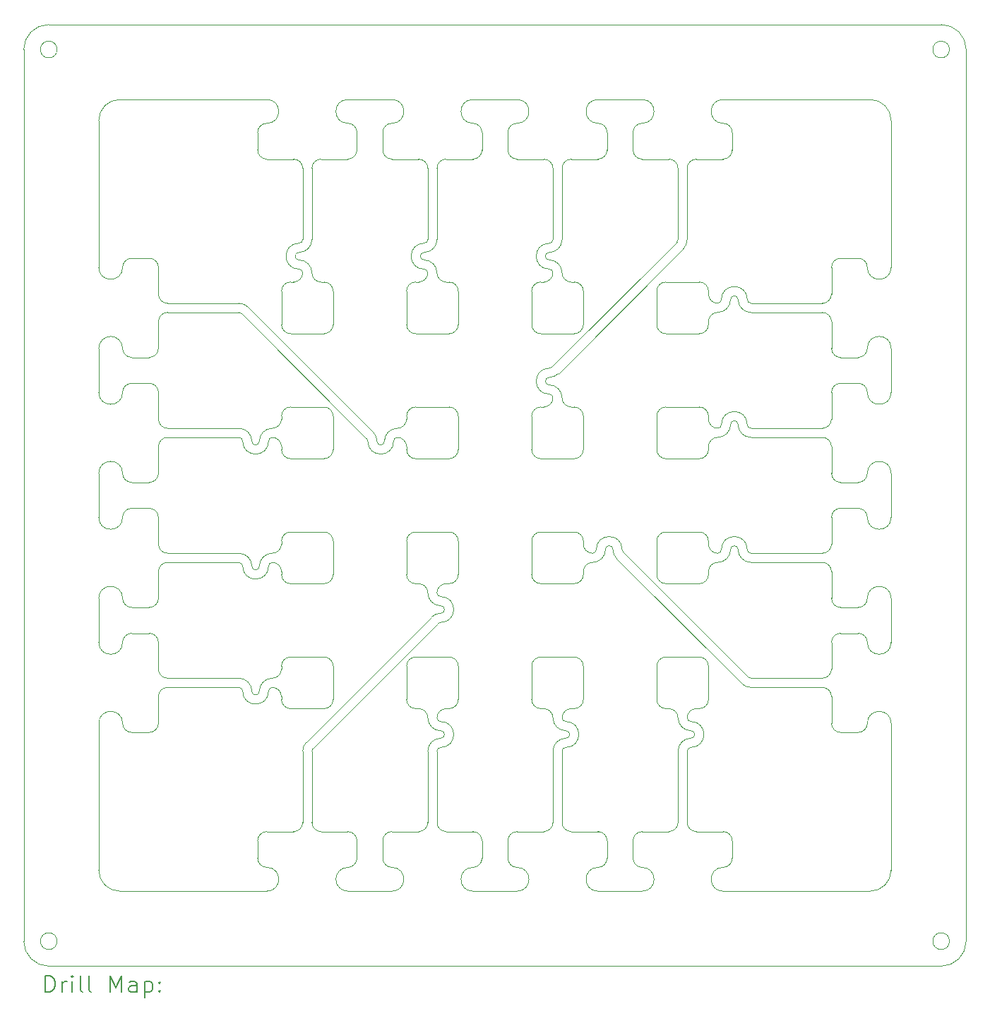
<source format=gbr>
%TF.GenerationSoftware,KiCad,Pcbnew,7.0.7-7.0.7~ubuntu22.04.1*%
%TF.CreationDate,2023-08-15T12:14:30+01:00*%
%TF.ProjectId,LIS3DH_array,4c495333-4448-45f6-9172-7261792e6b69,rev?*%
%TF.SameCoordinates,Original*%
%TF.FileFunction,Drillmap*%
%TF.FilePolarity,Positive*%
%FSLAX45Y45*%
G04 Gerber Fmt 4.5, Leading zero omitted, Abs format (unit mm)*
G04 Created by KiCad (PCBNEW 7.0.7-7.0.7~ubuntu22.04.1) date 2023-08-15 12:14:30*
%MOMM*%
%LPD*%
G01*
G04 APERTURE LIST*
%ADD10C,0.010000*%
%ADD11C,0.038100*%
%ADD12C,0.001000*%
%ADD13C,0.200000*%
G04 APERTURE END LIST*
D10*
X11600000Y-11665000D02*
G75*
G03*
X11600000Y-11575000I0J45000D01*
G01*
X11190000Y-9665000D02*
X11190000Y-9700000D01*
X10200000Y-12190000D02*
X9800000Y-12190000D01*
X13055000Y-7580000D02*
G75*
G03*
X12900000Y-7425000I-155000J0D01*
G01*
X8105000Y-11595000D02*
G75*
G03*
X8215000Y-11485000I0J110000D01*
G01*
X10310000Y-10800000D02*
G75*
G03*
X10200000Y-10690000I-110000J0D01*
G01*
X8215000Y-9015000D02*
X8215000Y-9335001D01*
X11300000Y-7690000D02*
G75*
G03*
X11190000Y-7800000I0J-110000D01*
G01*
X14190000Y-12300000D02*
X14190000Y-12700000D01*
X14600000Y-13165000D02*
G75*
G03*
X14445000Y-13320000I0J-155000D01*
G01*
X10055000Y-7580000D02*
G75*
G03*
X10165000Y-7690000I110000J0D01*
G01*
X14810000Y-12300000D02*
G75*
G03*
X14700000Y-12190000I-110000J0D01*
G01*
X9225000Y-12600000D02*
G75*
G03*
X9535000Y-12600000I155000J0D01*
G01*
X11700000Y-9810000D02*
X11300000Y-9810000D01*
X11600000Y-13165000D02*
G75*
G03*
X11600000Y-13075000I0J45000D01*
G01*
X11335001Y-14285000D02*
G75*
G03*
X11445000Y-14175000I-1J110000D01*
G01*
X12900000Y-7225000D02*
G75*
G03*
X12945000Y-7180000I0J45000D01*
G01*
X14300000Y-10690000D02*
X14700000Y-10690000D01*
X9690000Y-9665000D02*
X9690000Y-9700000D01*
X14300000Y-10690000D02*
G75*
G03*
X14190000Y-10800000I0J-110000D01*
G01*
X11700000Y-12810000D02*
G75*
G03*
X11810000Y-12700000I0J110000D01*
G01*
X9335000Y-9600000D02*
G75*
G03*
X9180000Y-9445000I-155000J0D01*
G01*
X14810000Y-10800000D02*
G75*
G03*
X14700000Y-10690000I-110000J0D01*
G01*
X8105000Y-10095000D02*
G75*
G03*
X8215000Y-9985000I0J110000D01*
G01*
X13200000Y-12810000D02*
G75*
G03*
X13310000Y-12700000I0J110000D01*
G01*
X15165000Y-10900000D02*
G75*
G03*
X15320000Y-11055000I155000J0D01*
G01*
X10200000Y-9810000D02*
X9800000Y-9810000D01*
X13055000Y-9080000D02*
G75*
G03*
X12900000Y-8925000I-155000J0D01*
G01*
X12095000Y-5895000D02*
G75*
G03*
X11985000Y-5785000I-110000J0D01*
G01*
X7895000Y-11905000D02*
G75*
G03*
X7785000Y-12015000I0J-110000D01*
G01*
X9211820Y-8068180D02*
G75*
G03*
X9179998Y-8055000I-31820J-31820D01*
G01*
X12900000Y-8725000D02*
G75*
G03*
X12931821Y-8711819I0J45000D01*
G01*
X13165000Y-7690000D02*
X13200000Y-7690000D01*
X12900000Y-7335000D02*
G75*
G03*
X12900000Y-7425000I0J-45000D01*
G01*
X13054999Y-14175001D02*
G75*
G03*
X13164999Y-14285001I110001J2D01*
G01*
X11555000Y-12920000D02*
G75*
G03*
X11600000Y-12965000I45000J0D01*
G01*
X11015000Y-14285000D02*
G75*
G03*
X10905000Y-14395000I0J-110000D01*
G01*
X9900000Y-7225000D02*
G75*
G03*
X9900000Y-7535000I0J-155000D01*
G01*
X11810000Y-7800000D02*
G75*
G03*
X11700000Y-7690000I-110000J0D01*
G01*
X9225000Y-11100000D02*
G75*
G03*
X9180000Y-11055000I-45000J0D01*
G01*
X9690000Y-11165000D02*
G75*
G03*
X9580000Y-11055000I-110000J0D01*
G01*
X14920000Y-7945000D02*
G75*
G03*
X14965000Y-7900000I0J45000D01*
G01*
X14810000Y-10835000D02*
G75*
G03*
X14920000Y-10945000I110000J0D01*
G01*
X9225000Y-9600000D02*
G75*
G03*
X9535000Y-9600000I155000J0D01*
G01*
X9515000Y-14285000D02*
G75*
G03*
X9405000Y-14395000I0J-110000D01*
G01*
X14700000Y-12810000D02*
G75*
G03*
X14810000Y-12700000I0J110000D01*
G01*
X12900000Y-8725000D02*
G75*
G03*
X12900000Y-9035000I0J-155000D01*
G01*
X14810000Y-10835000D02*
X14810000Y-10800000D01*
X9225000Y-9600000D02*
G75*
G03*
X9180000Y-9555000I-45000J0D01*
G01*
X13310000Y-9300000D02*
G75*
G03*
X13200000Y-9190000I-110000J0D01*
G01*
X12690000Y-8200000D02*
G75*
G03*
X12800000Y-8310000I110000J0D01*
G01*
X14920000Y-9555000D02*
G75*
G03*
X15075000Y-9400000I0J155000D01*
G01*
X16285000Y-11485000D02*
G75*
G03*
X16395000Y-11595000I110000J0D01*
G01*
X11664999Y-14285001D02*
X11985000Y-14285000D01*
X14190000Y-8200000D02*
G75*
G03*
X14300000Y-8310000I110000J0D01*
G01*
X12405000Y-14605000D02*
G75*
G03*
X12515000Y-14715000I110000J0D01*
G01*
X11400000Y-7335000D02*
G75*
G03*
X11400000Y-7425000I0J-45000D01*
G01*
X7785000Y-12985000D02*
G75*
G03*
X7895000Y-13095000I110000J0D01*
G01*
X14810000Y-12300000D02*
X14810000Y-12700000D01*
X10905000Y-14605000D02*
G75*
G03*
X11015000Y-14715000I110000J0D01*
G01*
X9900000Y-7335000D02*
G75*
G03*
X9900000Y-7425000I0J-45000D01*
G01*
X15275000Y-9400000D02*
G75*
G03*
X15320000Y-9445000I45000J0D01*
G01*
X9690000Y-11165000D02*
X9690000Y-11200000D01*
X11665000Y-11310000D02*
X11700000Y-11310000D01*
X12835000Y-7690000D02*
X12800000Y-7690000D01*
X14555000Y-12920000D02*
G75*
G03*
X14600000Y-12965000I45000J0D01*
G01*
X9690000Y-12665000D02*
G75*
G03*
X9580000Y-12555000I-110000J0D01*
G01*
X13310000Y-10800000D02*
G75*
G03*
X13200000Y-10690000I-110000J0D01*
G01*
X15275000Y-10900000D02*
G75*
G03*
X15320000Y-10945000I45000J0D01*
G01*
X9335000Y-11100000D02*
G75*
G03*
X9180000Y-10945000I-155000J0D01*
G01*
X10200000Y-9190000D02*
X9800000Y-9190000D01*
X12800000Y-10690000D02*
G75*
G03*
X12690000Y-10800000I0J-110000D01*
G01*
X13310000Y-12300000D02*
X13310000Y-12700000D01*
X9225000Y-11100000D02*
G75*
G03*
X9535000Y-11100000I155000J0D01*
G01*
X11665000Y-7690000D02*
X11700000Y-7690000D01*
X11300000Y-9190000D02*
G75*
G03*
X11190000Y-9300000I0J-110000D01*
G01*
X16715000Y-10515000D02*
G75*
G03*
X16605000Y-10405000I-110000J0D01*
G01*
X14190000Y-12700000D02*
G75*
G03*
X14300000Y-12810000I110000J0D01*
G01*
X9900000Y-7225000D02*
G75*
G03*
X9945000Y-7180000I0J45000D01*
G01*
X14810000Y-7835000D02*
X14810000Y-7800000D01*
X12945000Y-7580000D02*
G75*
G03*
X12900000Y-7535000I-45000J0D01*
G01*
X15275000Y-10900000D02*
G75*
G03*
X14965000Y-10900000I-155000J0D01*
G01*
X11810000Y-8200000D02*
X11810000Y-7800000D01*
X8215000Y-12335001D02*
G75*
G03*
X8325000Y-12445000I110000J1D01*
G01*
X14600000Y-13275000D02*
G75*
G03*
X14600000Y-12965000I0J155000D01*
G01*
X8215000Y-12015000D02*
G75*
G03*
X8105000Y-11905000I-110000J0D01*
G01*
X15165000Y-9400000D02*
G75*
G03*
X15075000Y-9400000I-45000J0D01*
G01*
X12945000Y-12920000D02*
G75*
G03*
X13100000Y-13075000I155000J0D01*
G01*
X11190000Y-12700000D02*
G75*
G03*
X11300000Y-12810000I110000J0D01*
G01*
X9335000Y-9600000D02*
G75*
G03*
X9425000Y-9600000I45000J0D01*
G01*
X15165000Y-7900000D02*
G75*
G03*
X15075000Y-7900000I-45000J0D01*
G01*
X11400000Y-7225000D02*
G75*
G03*
X11400000Y-7535000I0J-155000D01*
G01*
X9580000Y-12445000D02*
G75*
G03*
X9425000Y-12600000I0J-155000D01*
G01*
X7500000Y-12015000D02*
G75*
G03*
X7785000Y-12015000I142500J0D01*
G01*
X8214999Y-12664999D02*
X8215000Y-12985000D01*
X13775000Y-10900000D02*
G75*
G03*
X13465000Y-10900000I-155000J0D01*
G01*
X12835000Y-7690000D02*
G75*
G03*
X12945000Y-7580000I0J110000D01*
G01*
X13595000Y-14395000D02*
G75*
G03*
X13485000Y-14285000I-110000J0D01*
G01*
X9580000Y-10945000D02*
G75*
G03*
X9690000Y-10835000I0J110000D01*
G01*
X14015000Y-14285000D02*
G75*
G03*
X13905000Y-14395000I0J-110000D01*
G01*
X11665000Y-11310000D02*
G75*
G03*
X11555000Y-11420000I0J-110000D01*
G01*
X14665000Y-12810000D02*
X14700000Y-12810000D01*
X16175001Y-10945001D02*
G75*
G03*
X16285001Y-10835001I-2J110001D01*
G01*
X14600000Y-13275000D02*
G75*
G03*
X14555000Y-13320000I0J-45000D01*
G01*
X14335000Y-12810000D02*
X14300000Y-12810000D01*
X14810000Y-9300000D02*
G75*
G03*
X14700000Y-9190000I-110000J0D01*
G01*
X10200000Y-8310000D02*
G75*
G03*
X10310000Y-8200000I0J110000D01*
G01*
X9580000Y-10945000D02*
G75*
G03*
X9425000Y-11100000I0J-155000D01*
G01*
X10310000Y-12700000D02*
X10310000Y-12300000D01*
X12800000Y-11310000D02*
X13200000Y-11310000D01*
X13310000Y-12300000D02*
G75*
G03*
X13200000Y-12190000I-110000J0D01*
G01*
X14300000Y-9190000D02*
G75*
G03*
X14190000Y-9300000I0J-110000D01*
G01*
X9690000Y-9700000D02*
G75*
G03*
X9800000Y-9810000I110000J0D01*
G01*
X15165000Y-7900000D02*
G75*
G03*
X15320000Y-8055000I155000J0D01*
G01*
X10200000Y-11310000D02*
X9800000Y-11310000D01*
X12900000Y-7225000D02*
G75*
G03*
X12900000Y-7535000I0J-155000D01*
G01*
X13165000Y-12810000D02*
G75*
G03*
X13055000Y-12920000I0J-110000D01*
G01*
X9225000Y-12600000D02*
G75*
G03*
X9180000Y-12555000I-45000J0D01*
G01*
X13100000Y-13275000D02*
G75*
G03*
X13055000Y-13320000I0J-45000D01*
G01*
X10200000Y-9810000D02*
G75*
G03*
X10310000Y-9700000I0J110000D01*
G01*
X9335000Y-12600000D02*
G75*
G03*
X9425000Y-12600000I45000J0D01*
G01*
X10200000Y-11310000D02*
G75*
G03*
X10310000Y-11200000I0J110000D01*
G01*
X14700000Y-9810000D02*
G75*
G03*
X14810000Y-9700000I0J110000D01*
G01*
X12690000Y-8200000D02*
X12690000Y-7800000D01*
X14190000Y-11200000D02*
G75*
G03*
X14300000Y-11310000I110000J0D01*
G01*
X15275000Y-7900000D02*
G75*
G03*
X15320000Y-7945000I45000J0D01*
G01*
X11445000Y-12920000D02*
G75*
G03*
X11600000Y-13075000I155000J0D01*
G01*
X14300000Y-9810000D02*
X14700000Y-9810000D01*
X9580000Y-9445000D02*
G75*
G03*
X9425000Y-9600000I0J-155000D01*
G01*
X9835000Y-7690000D02*
X9800000Y-7690000D01*
X10165000Y-7690000D02*
X10200000Y-7690000D01*
X9690000Y-11200000D02*
G75*
G03*
X9800000Y-11310000I110000J0D01*
G01*
X9335000Y-12600000D02*
G75*
G03*
X9180000Y-12445000I-155000J0D01*
G01*
X9800000Y-7690000D02*
G75*
G03*
X9690000Y-7800000I0J-110000D01*
G01*
X14920000Y-8055000D02*
G75*
G03*
X14810000Y-8165000I0J-110000D01*
G01*
X14700000Y-8310000D02*
G75*
G03*
X14810000Y-8200000I0J110000D01*
G01*
X11600000Y-13275000D02*
G75*
G03*
X11600000Y-12965000I0J155000D01*
G01*
X11190000Y-11200000D02*
G75*
G03*
X11300000Y-11310000I110000J0D01*
G01*
X9690000Y-8200000D02*
G75*
G03*
X9800000Y-8310000I110000J0D01*
G01*
X9580000Y-12555000D02*
G75*
G03*
X9535000Y-12600000I0J-45000D01*
G01*
X15165000Y-10900000D02*
G75*
G03*
X15075000Y-10900000I-45000J0D01*
G01*
X14190000Y-9700000D02*
G75*
G03*
X14300000Y-9810000I110000J0D01*
G01*
X9690000Y-10835000D02*
X9690000Y-10800000D01*
X14920000Y-8055000D02*
G75*
G03*
X15075000Y-7900000I0J155000D01*
G01*
X16175001Y-7945001D02*
G75*
G03*
X16285001Y-7835001I-2J110001D01*
G01*
X11080000Y-9445000D02*
G75*
G03*
X11190000Y-9335000I0J110000D01*
G01*
X13310000Y-11165000D02*
X13310000Y-11200000D01*
X15165000Y-9400000D02*
G75*
G03*
X15320000Y-9555000I155000J0D01*
G01*
X14920000Y-11055000D02*
G75*
G03*
X14810000Y-11165000I0J-110000D01*
G01*
X14665000Y-12810000D02*
G75*
G03*
X14555000Y-12920000I0J-110000D01*
G01*
X11335000Y-7690000D02*
X11300000Y-7690000D01*
X13100000Y-13165000D02*
G75*
G03*
X12945000Y-13320000I0J-155000D01*
G01*
X14600000Y-13165000D02*
G75*
G03*
X14600000Y-13075000I0J45000D01*
G01*
X9835000Y-7690000D02*
G75*
G03*
X9945000Y-7580000I0J110000D01*
G01*
X11400000Y-7335000D02*
G75*
G03*
X11555000Y-7180000I0J155000D01*
G01*
X9800000Y-9190000D02*
G75*
G03*
X9690000Y-9300000I0J-110000D01*
G01*
X10200000Y-10690000D02*
X9800000Y-10690000D01*
X10485000Y-6215000D02*
G75*
G03*
X10595000Y-6105000I0J110000D01*
G01*
X9900000Y-7335000D02*
G75*
G03*
X10055000Y-7180000I0J155000D01*
G01*
X13165000Y-12810000D02*
X13200000Y-12810000D01*
X11985000Y-6215000D02*
G75*
G03*
X12095000Y-6105000I0J110000D01*
G01*
X9690000Y-8200000D02*
X9690000Y-7800000D01*
X15320002Y-9445001D02*
X16175001Y-9445001D01*
X16285000Y-12985000D02*
X16285000Y-12664999D01*
X9800000Y-10690000D02*
G75*
G03*
X9690000Y-10800000I0J-110000D01*
G01*
X14810000Y-8165000D02*
X14810000Y-8200000D01*
X10200000Y-12810000D02*
G75*
G03*
X10310000Y-12700000I0J110000D01*
G01*
X15275000Y-7900000D02*
G75*
G03*
X14965000Y-7900000I-155000J0D01*
G01*
X11600000Y-13275000D02*
G75*
G03*
X11555000Y-13320000I0J-45000D01*
G01*
X12835001Y-6214999D02*
X12515000Y-6215000D01*
X11190000Y-12300000D02*
X11190000Y-12700000D01*
X9800000Y-12190000D02*
G75*
G03*
X9690000Y-12300000I0J-110000D01*
G01*
X9180000Y-10945000D02*
X8325000Y-10945000D01*
X9690000Y-12665000D02*
X9690000Y-12700000D01*
X16285000Y-8485000D02*
X16285000Y-8164999D01*
X11810000Y-12300000D02*
X11810000Y-12700000D01*
X14920000Y-10945000D02*
G75*
G03*
X14965000Y-10900000I0J45000D01*
G01*
X14445000Y-12920000D02*
G75*
G03*
X14335000Y-12810000I-110000J0D01*
G01*
X11335000Y-12810000D02*
X11300000Y-12810000D01*
X15095000Y-14395000D02*
G75*
G03*
X14985000Y-14285000I-110000J0D01*
G01*
X14810000Y-7835000D02*
G75*
G03*
X14920000Y-7945000I110000J0D01*
G01*
X10310000Y-9300000D02*
G75*
G03*
X10200000Y-9190000I-110000J0D01*
G01*
X8324998Y-11054999D02*
G75*
G03*
X8214999Y-11164999I2J-110001D01*
G01*
X11190000Y-8200000D02*
G75*
G03*
X11300000Y-8310000I110000J0D01*
G01*
X14300000Y-9190000D02*
X14700000Y-9190000D01*
X14554999Y-13320002D02*
X14554999Y-14175001D01*
X11400000Y-7225000D02*
G75*
G03*
X11445000Y-7180000I0J45000D01*
G01*
X10055000Y-7580000D02*
G75*
G03*
X9900000Y-7425000I-155000J0D01*
G01*
X13485000Y-6215000D02*
G75*
G03*
X13595000Y-6105000I0J110000D01*
G01*
X13420000Y-11055000D02*
G75*
G03*
X13575000Y-10900000I0J155000D01*
G01*
X11445000Y-12920000D02*
G75*
G03*
X11335000Y-12810000I-110000J0D01*
G01*
X14300000Y-8310000D02*
X14700000Y-8310000D01*
X12800000Y-7690000D02*
G75*
G03*
X12690000Y-7800000I0J-110000D01*
G01*
X9405000Y-6105000D02*
G75*
G03*
X9515000Y-6215000I110000J0D01*
G01*
X12690000Y-9700000D02*
X12690000Y-9300000D01*
X10200000Y-12810000D02*
X9800000Y-12810000D01*
X10310000Y-7800000D02*
G75*
G03*
X10200000Y-7690000I-110000J0D01*
G01*
X12800000Y-10690000D02*
X13200000Y-10690000D01*
X11810000Y-12300000D02*
G75*
G03*
X11700000Y-12190000I-110000J0D01*
G01*
X14300000Y-11310000D02*
X14700000Y-11310000D01*
X11600000Y-13165000D02*
G75*
G03*
X11445000Y-13320000I0J-155000D01*
G01*
X11445000Y-11420000D02*
G75*
G03*
X11335000Y-11310000I-110000J0D01*
G01*
X8214999Y-11164999D02*
X8215000Y-11485000D01*
X16285000Y-11485000D02*
X16285000Y-11164999D01*
X8215000Y-7515000D02*
X8215000Y-7835001D01*
X13055000Y-7180000D02*
X13055000Y-6325000D01*
X11555000Y-7580000D02*
G75*
G03*
X11665000Y-7690000I110000J0D01*
G01*
X16715000Y-7515000D02*
G75*
G03*
X16605000Y-7405000I-110000J0D01*
G01*
X13055000Y-12920000D02*
G75*
G03*
X13100000Y-12965000I45000J0D01*
G01*
X8215000Y-9015000D02*
G75*
G03*
X8105000Y-8905000I-110000J0D01*
G01*
X13100000Y-13165000D02*
G75*
G03*
X13100000Y-13075000I0J45000D01*
G01*
X9690000Y-9335000D02*
X9690000Y-9300000D01*
X13100000Y-13275000D02*
G75*
G03*
X13100000Y-12965000I0J155000D01*
G01*
X13485000Y-14715000D02*
G75*
G03*
X13485000Y-15000000I0J-142500D01*
G01*
X13310000Y-7800000D02*
G75*
G03*
X13200000Y-7690000I-110000J0D01*
G01*
X11665000Y-12810000D02*
X11700000Y-12810000D01*
X9179998Y-11054999D02*
X8324998Y-11054999D01*
X7895000Y-8905000D02*
G75*
G03*
X7785000Y-9015000I0J-110000D01*
G01*
X14300000Y-7690000D02*
X14700000Y-7690000D01*
X12690000Y-12300000D02*
X12690000Y-12700000D01*
X12690000Y-11200000D02*
G75*
G03*
X12800000Y-11310000I110000J0D01*
G01*
X9690000Y-12700000D02*
G75*
G03*
X9800000Y-12810000I110000J0D01*
G01*
X7500000Y-12985000D02*
X7500000Y-14750000D01*
X11015000Y-5785000D02*
G75*
G03*
X10905000Y-5895000I0J-110000D01*
G01*
X9580000Y-9445000D02*
G75*
G03*
X9690000Y-9335000I0J110000D01*
G01*
X9690000Y-9665000D02*
G75*
G03*
X9580000Y-9555000I-110000J0D01*
G01*
X12515000Y-5785000D02*
G75*
G03*
X12405000Y-5895000I0J-110000D01*
G01*
X14554999Y-14175001D02*
G75*
G03*
X14664999Y-14285001I110001J2D01*
G01*
D11*
X17700000Y-4900000D02*
G75*
G03*
X17700000Y-4900000I-100000J0D01*
G01*
D10*
X13485000Y-6215000D02*
X13164999Y-6215000D01*
X14810000Y-9665000D02*
X14810000Y-9700000D01*
X14445001Y-6324998D02*
G75*
G03*
X14335001Y-6214999I-110001J-2D01*
G01*
X13310000Y-8200000D02*
X13310000Y-7800000D01*
X11190000Y-9665000D02*
G75*
G03*
X11080000Y-9555000I-110000J0D01*
G01*
D12*
X7750000Y-5500000D02*
G75*
G03*
X7500000Y-5750000I0J-250000D01*
G01*
D10*
X13905000Y-14605000D02*
G75*
G03*
X14015000Y-14715000I110000J0D01*
G01*
X11300000Y-12190000D02*
G75*
G03*
X11190000Y-12300000I0J-110000D01*
G01*
X9515000Y-14285000D02*
X9835001Y-14285000D01*
X9835001Y-6214999D02*
X9515000Y-6215000D01*
X13310000Y-10835000D02*
G75*
G03*
X13420000Y-10945000I110000J0D01*
G01*
X10595000Y-5895000D02*
X10595000Y-6105000D01*
X9580000Y-11055000D02*
G75*
G03*
X9535000Y-11100000I0J-45000D01*
G01*
X7785000Y-11485000D02*
G75*
G03*
X7895000Y-11595000I110000J0D01*
G01*
X13165000Y-9190000D02*
X13200000Y-9190000D01*
X15320002Y-12445001D02*
X16175001Y-12445001D01*
X9945000Y-7580000D02*
G75*
G03*
X9900000Y-7535000I-45000J0D01*
G01*
X11985000Y-14715000D02*
G75*
G03*
X12095000Y-14605000I0J110000D01*
G01*
X7500000Y-9015000D02*
X7500000Y-8485000D01*
X14700000Y-11310000D02*
G75*
G03*
X14810000Y-11200000I0J110000D01*
G01*
X14920000Y-11055000D02*
G75*
G03*
X15075000Y-10900000I0J155000D01*
G01*
X11335000Y-7690000D02*
G75*
G03*
X11445000Y-7580000I0J110000D01*
G01*
X11555000Y-11420000D02*
G75*
G03*
X11600000Y-11465000I45000J0D01*
G01*
X11555000Y-7580000D02*
G75*
G03*
X11400000Y-7425000I-155000J0D01*
G01*
X14445000Y-12920000D02*
G75*
G03*
X14600000Y-13075000I155000J0D01*
G01*
X8324998Y-9554999D02*
G75*
G03*
X8214999Y-9664999I2J-110001D01*
G01*
X11080000Y-9555000D02*
G75*
G03*
X11035000Y-9600000I0J-45000D01*
G01*
X7895000Y-10405000D02*
G75*
G03*
X7785000Y-10515000I0J-110000D01*
G01*
X13055000Y-9080000D02*
G75*
G03*
X13165000Y-9190000I110000J0D01*
G01*
X12945000Y-13320000D02*
X12945000Y-14175000D01*
X12900000Y-7335000D02*
G75*
G03*
X13055000Y-7180000I0J155000D01*
G01*
X11810000Y-10800000D02*
X11810000Y-11200000D01*
X14300000Y-12190000D02*
G75*
G03*
X14190000Y-12300000I0J-110000D01*
G01*
X13310000Y-10835000D02*
X13310000Y-10800000D01*
X11700000Y-8310000D02*
G75*
G03*
X11810000Y-8200000I0J110000D01*
G01*
X9335000Y-11100000D02*
G75*
G03*
X9425000Y-11100000I45000J0D01*
G01*
X16285001Y-12335001D02*
X16285000Y-12015000D01*
X11445001Y-6324998D02*
G75*
G03*
X11335001Y-6214999I-110001J-2D01*
G01*
X11445000Y-7580000D02*
G75*
G03*
X11400000Y-7535000I-45000J0D01*
G01*
X13905000Y-5895000D02*
X13905000Y-6105000D01*
X11190000Y-10800000D02*
X11190000Y-11200000D01*
X15275000Y-9400000D02*
G75*
G03*
X14965000Y-9400000I-155000J0D01*
G01*
X9515001Y-15000000D02*
X7750000Y-15000000D01*
X16605000Y-8595000D02*
G75*
G03*
X16715000Y-8485000I0J110000D01*
G01*
X14810000Y-7800000D02*
G75*
G03*
X14700000Y-7690000I-110000J0D01*
G01*
X12945000Y-12920000D02*
G75*
G03*
X12835000Y-12810000I-110000J0D01*
G01*
X14810000Y-9335000D02*
G75*
G03*
X14920000Y-9445000I110000J0D01*
G01*
X12800000Y-12190000D02*
G75*
G03*
X12690000Y-12300000I0J-110000D01*
G01*
X12690000Y-12700000D02*
G75*
G03*
X12800000Y-12810000I110000J0D01*
G01*
X11190000Y-8200000D02*
X11190000Y-7800000D01*
X14015000Y-5785000D02*
G75*
G03*
X13905000Y-5895000I0J-110000D01*
G01*
X11810000Y-9300000D02*
X11810000Y-9700000D01*
X10595000Y-5895000D02*
G75*
G03*
X10485000Y-5785000I-110000J0D01*
G01*
X14920000Y-9445000D02*
G75*
G03*
X14965000Y-9400000I0J45000D01*
G01*
X14810000Y-11165000D02*
X14810000Y-11200000D01*
X8215000Y-10515000D02*
X8215000Y-10835001D01*
X11665000Y-12810000D02*
G75*
G03*
X11555000Y-12920000I0J-110000D01*
G01*
X10905000Y-6105000D02*
G75*
G03*
X11015000Y-6215000I110000J0D01*
G01*
X13595000Y-5895000D02*
G75*
G03*
X13485000Y-5785000I-110000J0D01*
G01*
X12835000Y-9190000D02*
G75*
G03*
X12945000Y-9080000I0J110000D01*
G01*
X16285000Y-12985000D02*
G75*
G03*
X16395000Y-13095000I110000J0D01*
G01*
X14445000Y-13320000D02*
X14445000Y-14175000D01*
X14985000Y-15000000D02*
X16750000Y-15000000D01*
X13420000Y-11055000D02*
G75*
G03*
X13310000Y-11165000I0J-110000D01*
G01*
X12095000Y-14395000D02*
G75*
G03*
X11985000Y-14285000I-110000J0D01*
G01*
X12690000Y-9700000D02*
G75*
G03*
X12800000Y-9810000I110000J0D01*
G01*
X17000000Y-11485000D02*
G75*
G03*
X16715000Y-11485000I-142500J0D01*
G01*
X10905000Y-5895000D02*
X10905000Y-6105000D01*
X12405000Y-6105000D02*
G75*
G03*
X12515000Y-6215000I110000J0D01*
G01*
X16285001Y-10835001D02*
X16285000Y-10515000D01*
X15320000Y-8055000D02*
X16175000Y-8055000D01*
X13164999Y-6215000D02*
G75*
G03*
X13055000Y-6325000I1J-110000D01*
G01*
X13055000Y-7580000D02*
G75*
G03*
X13165000Y-7690000I110000J0D01*
G01*
X11335000Y-11310000D02*
X11300000Y-11310000D01*
X8215000Y-7835001D02*
G75*
G03*
X8325000Y-7945000I110000J1D01*
G01*
X12515000Y-5785000D02*
G75*
G03*
X12515000Y-5500000I0J142500D01*
G01*
X14920000Y-9555000D02*
G75*
G03*
X14810000Y-9665000I0J-110000D01*
G01*
X10310000Y-12300000D02*
G75*
G03*
X10200000Y-12190000I-110000J0D01*
G01*
X12945000Y-9080000D02*
G75*
G03*
X12900000Y-9035000I-45000J0D01*
G01*
D11*
X6900000Y-4600000D02*
X17600000Y-4600000D01*
D10*
X10310000Y-8200000D02*
X10310000Y-7800000D01*
X12835001Y-14285000D02*
G75*
G03*
X12945000Y-14175000I-1J110000D01*
G01*
X9289602Y-7990399D02*
G75*
G03*
X9180000Y-7945000I-109602J-109601D01*
G01*
X11600000Y-11775000D02*
G75*
G03*
X11568179Y-11788181I0J-45000D01*
G01*
X13200000Y-11310000D02*
G75*
G03*
X13310000Y-11200000I0J110000D01*
G01*
X14015000Y-15000000D02*
X13485000Y-15000000D01*
X11445000Y-11420000D02*
G75*
G03*
X11600000Y-11575000I155000J0D01*
G01*
X13200000Y-9810000D02*
G75*
G03*
X13310000Y-9700000I0J110000D01*
G01*
X14664999Y-14285001D02*
X14985000Y-14285000D01*
X16285000Y-8164999D02*
G75*
G03*
X16175000Y-8055000I-110000J-1D01*
G01*
X16715000Y-10515000D02*
G75*
G03*
X17000000Y-10515000I142500J0D01*
G01*
X9580000Y-12445000D02*
G75*
G03*
X9690000Y-12335000I0J110000D01*
G01*
X10164999Y-14285001D02*
X10485000Y-14285000D01*
X11700000Y-11310000D02*
G75*
G03*
X11810000Y-11200000I0J110000D01*
G01*
X8105000Y-13095000D02*
G75*
G03*
X8215000Y-12985000I0J110000D01*
G01*
X9515000Y-5785000D02*
G75*
G03*
X9515000Y-5500000I0J142500D01*
G01*
X16605000Y-11595000D02*
X16395000Y-11595000D01*
X13054999Y-13320002D02*
X13054999Y-14175001D01*
X13665000Y-10900000D02*
G75*
G03*
X13575000Y-10900000I-45000J0D01*
G01*
X17000000Y-7515000D02*
X17000000Y-5750000D01*
X14985000Y-5500000D02*
G75*
G03*
X14985000Y-5785000I0J-142500D01*
G01*
X15288180Y-12431820D02*
X13788181Y-10931821D01*
X11700000Y-9190000D02*
X11300000Y-9190000D01*
X15320000Y-11055000D02*
X16175000Y-11055000D01*
X12835000Y-12810000D02*
X12800000Y-12810000D01*
X7785000Y-9985000D02*
G75*
G03*
X7895000Y-10095000I110000J0D01*
G01*
X14810000Y-9335000D02*
X14810000Y-9300000D01*
X13420000Y-10945000D02*
G75*
G03*
X13465000Y-10900000I0J45000D01*
G01*
X9179998Y-9554999D02*
X8324998Y-9554999D01*
X16605000Y-10095000D02*
G75*
G03*
X16715000Y-9985000I0J110000D01*
G01*
X14335001Y-14285000D02*
G75*
G03*
X14445000Y-14175000I-1J110000D01*
G01*
X12835000Y-9190000D02*
X12800000Y-9190000D01*
X16605000Y-8595001D02*
X16395000Y-8595001D01*
X16175001Y-9445001D02*
G75*
G03*
X16285001Y-9335001I-2J110001D01*
G01*
X11190000Y-9700000D02*
G75*
G03*
X11300000Y-9810000I110000J0D01*
G01*
X11554999Y-13320002D02*
X11554999Y-14175001D01*
X11600000Y-11775000D02*
G75*
G03*
X11600000Y-11465000I0J155000D01*
G01*
X12800000Y-9190000D02*
G75*
G03*
X12690000Y-9300000I0J-110000D01*
G01*
D11*
X6900000Y-4600000D02*
G75*
G03*
X6600000Y-4900000I0J-300000D01*
G01*
D10*
X16285000Y-11164999D02*
G75*
G03*
X16175000Y-11055000I-110000J-1D01*
G01*
X16395000Y-10405000D02*
G75*
G03*
X16285000Y-10515000I0J-110000D01*
G01*
X8215000Y-7515000D02*
G75*
G03*
X8105000Y-7405000I-110000J0D01*
G01*
X13200000Y-8310000D02*
G75*
G03*
X13310000Y-8200000I0J110000D01*
G01*
X16605000Y-11595000D02*
G75*
G03*
X16715000Y-11485000I0J110000D01*
G01*
X7785000Y-9985000D02*
G75*
G03*
X7500000Y-9985000I-142500J0D01*
G01*
X12945001Y-6324998D02*
G75*
G03*
X12835001Y-6214999I-110001J-2D01*
G01*
X14300000Y-7690000D02*
G75*
G03*
X14190000Y-7800000I0J-110000D01*
G01*
X13310000Y-9700000D02*
X13310000Y-9300000D01*
X11300000Y-10690000D02*
G75*
G03*
X11190000Y-10800000I0J-110000D01*
G01*
X11664999Y-6215000D02*
G75*
G03*
X11555000Y-6325000I1J-110000D01*
G01*
X11445001Y-7179998D02*
X11445001Y-6324998D01*
X9945001Y-7179998D02*
X9945001Y-6324998D01*
X14985000Y-14715000D02*
G75*
G03*
X15095000Y-14605000I0J110000D01*
G01*
X16285001Y-7835001D02*
X16285000Y-7515000D01*
D11*
X7000000Y-4900000D02*
G75*
G03*
X7000000Y-4900000I-100000J0D01*
G01*
D10*
X16175001Y-12445001D02*
G75*
G03*
X16285001Y-12335001I-2J110001D01*
G01*
X12945001Y-7179998D02*
X12945001Y-6324998D01*
X12515000Y-14285000D02*
X12835001Y-14285000D01*
X10310000Y-9300000D02*
X10310000Y-9700000D01*
X7500000Y-10515000D02*
X7500000Y-9985000D01*
X8105000Y-8595000D02*
G75*
G03*
X8215000Y-8485000I0J110000D01*
G01*
X17000000Y-9985000D02*
X17000000Y-10515000D01*
X16605000Y-10405000D02*
X16395000Y-10405000D01*
X16605000Y-7405000D02*
X16395000Y-7405000D01*
X10595000Y-14395000D02*
G75*
G03*
X10485000Y-14285000I-110000J0D01*
G01*
X11335001Y-6214999D02*
X11015000Y-6215000D01*
X11810000Y-9300000D02*
G75*
G03*
X11700000Y-9190000I-110000J0D01*
G01*
X8215000Y-10515000D02*
G75*
G03*
X8105000Y-10405000I-110000J0D01*
G01*
X12900000Y-8835000D02*
G75*
G03*
X12900000Y-8925000I0J-45000D01*
G01*
D11*
X17600000Y-15900000D02*
X6900000Y-15900000D01*
D10*
X9580000Y-9555000D02*
G75*
G03*
X9535000Y-9600000I0J-45000D01*
G01*
X13904999Y-14605000D02*
X13904999Y-14395000D01*
X15320002Y-7945001D02*
X16175001Y-7945001D01*
X16605000Y-8905000D02*
X16395000Y-8905000D01*
X17000000Y-8485000D02*
X17000000Y-9015000D01*
X14015000Y-14285000D02*
X14335001Y-14285000D01*
D11*
X7000000Y-15600000D02*
G75*
G03*
X7000000Y-15600000I-100000J0D01*
G01*
D10*
X11015000Y-15000000D02*
X10485000Y-15000000D01*
X9990399Y-13210398D02*
G75*
G03*
X9945000Y-13320000I109601J-109602D01*
G01*
X14985000Y-6215000D02*
G75*
G03*
X15095000Y-6105000I0J110000D01*
G01*
X8324998Y-12554999D02*
G75*
G03*
X8214999Y-12664999I2J-110001D01*
G01*
X14700000Y-12190000D02*
X14300000Y-12190000D01*
X9945001Y-6324998D02*
G75*
G03*
X9835001Y-6214999I-110001J-2D01*
G01*
X7895000Y-10404999D02*
X8105000Y-10405000D01*
X9945000Y-13320000D02*
X9945000Y-14175000D01*
X7785000Y-12985000D02*
G75*
G03*
X7500000Y-12985000I-142500J0D01*
G01*
X12515000Y-14285000D02*
G75*
G03*
X12405000Y-14395000I0J-110000D01*
G01*
X16715000Y-12015000D02*
G75*
G03*
X17000000Y-12015000I142500J0D01*
G01*
X13485000Y-14715000D02*
G75*
G03*
X13595000Y-14605000I0J110000D01*
G01*
X17000000Y-12985000D02*
G75*
G03*
X16715000Y-12985000I-142500J0D01*
G01*
X9690000Y-12335000D02*
X9690000Y-12300000D01*
X9405000Y-5895000D02*
X9405000Y-6105000D01*
X11985000Y-6215000D02*
X11664999Y-6215000D01*
X10835000Y-9600000D02*
G75*
G03*
X10925000Y-9600000I45000J0D01*
G01*
X11555000Y-7180000D02*
X11555000Y-6325000D01*
D12*
X16750000Y-15000000D02*
G75*
G03*
X17000000Y-14750000I0J250000D01*
G01*
D10*
X9800000Y-8310000D02*
X10200000Y-8310000D01*
X16605000Y-10095001D02*
X16395000Y-10095001D01*
X16285000Y-8485000D02*
G75*
G03*
X16395000Y-8595000I110000J0D01*
G01*
X8215000Y-10835001D02*
G75*
G03*
X8325000Y-10945000I110000J1D01*
G01*
X8215000Y-12015000D02*
X8215000Y-12335001D01*
X7895000Y-7405000D02*
X8105000Y-7405000D01*
X11445000Y-13320000D02*
X11445000Y-14175000D01*
X7895000Y-10095000D02*
X8105000Y-10095000D01*
X8215000Y-9335001D02*
G75*
G03*
X8325000Y-9445000I110000J1D01*
G01*
X13595000Y-14605000D02*
X13595000Y-14395000D01*
D11*
X17700000Y-15600000D02*
G75*
G03*
X17700000Y-15600000I-100000J0D01*
G01*
D10*
X17000000Y-11485000D02*
X17000000Y-12015000D01*
X16395000Y-7405000D02*
G75*
G03*
X16285000Y-7515000I0J-110000D01*
G01*
X8214999Y-9664999D02*
X8215000Y-9985000D01*
D11*
X17900000Y-4900000D02*
X17900000Y-15600000D01*
D10*
X9515000Y-5785000D02*
G75*
G03*
X9405000Y-5895000I0J-110000D01*
G01*
X11015000Y-14285000D02*
X11335001Y-14285000D01*
X7500000Y-7515000D02*
G75*
G03*
X7785000Y-7515000I142500J0D01*
G01*
X10485000Y-5500000D02*
G75*
G03*
X10485000Y-5785000I0J-142500D01*
G01*
X9179998Y-12554999D02*
X8324998Y-12554999D01*
X7895000Y-11905000D02*
X8105000Y-11905000D01*
X9180000Y-7945000D02*
X8325000Y-7945000D01*
X11810000Y-10800000D02*
G75*
G03*
X11700000Y-10690000I-110000J0D01*
G01*
X15210398Y-12509601D02*
X13710398Y-11009602D01*
X14190000Y-11200000D02*
X14190000Y-10800000D01*
X14190000Y-9300000D02*
X14190000Y-9700000D01*
X10054999Y-14175001D02*
G75*
G03*
X10164999Y-14285001I110001J2D01*
G01*
X11080000Y-9445000D02*
G75*
G03*
X10925000Y-9600000I0J-155000D01*
G01*
X7895000Y-8595000D02*
X8105000Y-8595000D01*
X7500000Y-12015000D02*
X7500000Y-11485000D01*
X9180000Y-9445000D02*
X8325000Y-9445000D01*
X12690000Y-10800000D02*
X12690000Y-11200000D01*
X13905000Y-6105000D02*
G75*
G03*
X14015000Y-6215000I110000J0D01*
G01*
X11190000Y-9335000D02*
X11190000Y-9300000D01*
X9835001Y-14285000D02*
G75*
G03*
X9945000Y-14175000I-1J110000D01*
G01*
X7895000Y-11595000D02*
X8105000Y-11595000D01*
X16285000Y-12664999D02*
G75*
G03*
X16175000Y-12555000I-110000J-1D01*
G01*
D11*
X17900000Y-4900000D02*
G75*
G03*
X17600000Y-4600000I-300000J0D01*
G01*
D10*
X15320000Y-9555000D02*
X16175000Y-9555000D01*
X9180000Y-12445000D02*
X8325000Y-12445000D01*
D12*
X17000000Y-5750000D02*
G75*
G03*
X16750000Y-5500000I-250000J0D01*
G01*
D10*
X10164999Y-6215000D02*
G75*
G03*
X10055000Y-6325000I1J-110000D01*
G01*
X16715000Y-9015000D02*
G75*
G03*
X16605000Y-8905000I-110000J0D01*
G01*
X9289602Y-7990399D02*
X10789602Y-9490398D01*
X15320002Y-10945001D02*
X16175001Y-10945001D01*
X11985000Y-5500000D02*
G75*
G03*
X11985000Y-5785000I0J-142500D01*
G01*
X12095000Y-14605000D02*
X12095000Y-14395000D01*
D12*
X7500000Y-14750000D02*
G75*
G03*
X7750000Y-15000000I250000J0D01*
G01*
D10*
X10725000Y-9600000D02*
G75*
G03*
X11035000Y-9600000I155000J0D01*
G01*
X15210398Y-12509601D02*
G75*
G03*
X15320000Y-12555000I109602J109601D01*
G01*
X11554999Y-14175001D02*
G75*
G03*
X11664999Y-14285001I110001J2D01*
G01*
X16285000Y-9664999D02*
G75*
G03*
X16175000Y-9555000I-110000J-1D01*
G01*
X16395000Y-8905000D02*
G75*
G03*
X16285000Y-9015000I0J-110000D01*
G01*
X10835000Y-9600000D02*
G75*
G03*
X10789602Y-9490398I-155000J0D01*
G01*
X10310000Y-11200000D02*
X10310000Y-10800000D01*
X7895000Y-7405000D02*
G75*
G03*
X7785000Y-7515000I0J-110000D01*
G01*
X10485000Y-6215000D02*
X10164999Y-6215000D01*
X13485000Y-5500000D02*
X14015000Y-5500000D01*
X11600000Y-11665000D02*
G75*
G03*
X11490398Y-11710398I0J-155000D01*
G01*
X12515000Y-15000000D02*
X11985000Y-15000000D01*
X11015000Y-15000000D02*
G75*
G03*
X11015000Y-14715000I0J142500D01*
G01*
X7500000Y-7515000D02*
X7500000Y-5750000D01*
X16605000Y-11905000D02*
X16395000Y-11905000D01*
X16395000Y-11905000D02*
G75*
G03*
X16285000Y-12015000I0J-110000D01*
G01*
X14985000Y-14715000D02*
G75*
G03*
X14985000Y-15000000I0J-142500D01*
G01*
X13775000Y-10900000D02*
G75*
G03*
X13788181Y-10931821I45000J0D01*
G01*
X11700000Y-10690000D02*
X11300000Y-10690000D01*
X14664999Y-6215000D02*
G75*
G03*
X14555000Y-6325000I1J-110000D01*
G01*
X9990399Y-13210398D02*
X11490398Y-11710398D01*
X17000000Y-12984999D02*
X17000000Y-14750000D01*
X10595000Y-14605000D02*
X10595000Y-14395000D01*
X14431820Y-7211820D02*
X12931821Y-8711819D01*
D11*
X17600000Y-15900000D02*
G75*
G03*
X17900000Y-15600000I0J300000D01*
G01*
D10*
X10068180Y-13288180D02*
G75*
G03*
X10055000Y-13320002I31820J-31820D01*
G01*
X10905000Y-14605000D02*
X10905000Y-14395000D01*
X15095000Y-5895000D02*
X15095000Y-6105000D01*
D11*
X6600000Y-15600000D02*
G75*
G03*
X6900000Y-15900000I300000J0D01*
G01*
D10*
X15095000Y-5895000D02*
G75*
G03*
X14985000Y-5785000I-110000J0D01*
G01*
X7500000Y-9015000D02*
G75*
G03*
X7785000Y-9015000I142500J0D01*
G01*
X14509601Y-7289602D02*
G75*
G03*
X14555000Y-7180000I-109601J109602D01*
G01*
X7785000Y-8485001D02*
G75*
G03*
X7500000Y-8485000I-142500J1D01*
G01*
X16285001Y-9335001D02*
X16285000Y-9015000D01*
X8214999Y-8164999D02*
X8215000Y-8485000D01*
X13200000Y-12190000D02*
X12800000Y-12190000D01*
X11985000Y-5500000D02*
X12515000Y-5500000D01*
X17000000Y-9985000D02*
G75*
G03*
X16715000Y-9985000I-142500J0D01*
G01*
X10725000Y-9600000D02*
G75*
G03*
X10711819Y-9568179I-45000J0D01*
G01*
X12404999Y-14605000D02*
X12404999Y-14395000D01*
X16605000Y-13095000D02*
G75*
G03*
X16715000Y-12985000I0J110000D01*
G01*
X10055000Y-7180000D02*
X10055000Y-6325000D01*
X11700000Y-9810000D02*
G75*
G03*
X11810000Y-9700000I0J110000D01*
G01*
X14985000Y-6215000D02*
X14664999Y-6215000D01*
X16285000Y-9985000D02*
X16285000Y-9664999D01*
X16715000Y-12015000D02*
G75*
G03*
X16605000Y-11905000I-110000J0D01*
G01*
X15095000Y-14605000D02*
X15095000Y-14395000D01*
X9179998Y-8054999D02*
X8324998Y-8054999D01*
X14431820Y-7211820D02*
G75*
G03*
X14445000Y-7179998I-31820J31820D01*
G01*
X16715000Y-7515000D02*
G75*
G03*
X17000000Y-7515000I142500J0D01*
G01*
X16715000Y-9015000D02*
G75*
G03*
X17000000Y-9015000I142500J0D01*
G01*
X13665000Y-10900000D02*
G75*
G03*
X13710398Y-11009602I155000J0D01*
G01*
X15320000Y-12555000D02*
X16175000Y-12555000D01*
X13200000Y-9810000D02*
X12800000Y-9810000D01*
X12900000Y-8835000D02*
G75*
G03*
X13009602Y-8789602I0J155000D01*
G01*
X9405000Y-14605000D02*
G75*
G03*
X9515000Y-14715000I110000J0D01*
G01*
X11300000Y-12190000D02*
X11700000Y-12190000D01*
X11300000Y-8310000D02*
X11700000Y-8310000D01*
X16605000Y-13095000D02*
X16395000Y-13094999D01*
X10485000Y-5500000D02*
X11015000Y-5500000D01*
X9515000Y-5500000D02*
X7750000Y-5500000D01*
X10054999Y-13320002D02*
X10054999Y-14175001D01*
X11015000Y-5785000D02*
G75*
G03*
X11015000Y-5500000I0J142500D01*
G01*
X14445001Y-7179998D02*
X14445001Y-6324998D01*
X7785000Y-8485000D02*
G75*
G03*
X7895000Y-8595000I110000J0D01*
G01*
X14985000Y-5500000D02*
X16750000Y-5500000D01*
X10485001Y-14715000D02*
G75*
G03*
X10485000Y-15000000I-1J-142500D01*
G01*
X14509601Y-7289602D02*
X13009602Y-8789602D01*
X9515000Y-15000000D02*
G75*
G03*
X9515000Y-14715000I0J142500D01*
G01*
X15288180Y-12431820D02*
G75*
G03*
X15320002Y-12445000I31820J31820D01*
G01*
X7785000Y-11485000D02*
G75*
G03*
X7500000Y-11485000I-142500J0D01*
G01*
X9211820Y-8068180D02*
X10711819Y-9568179D01*
D11*
X6600000Y-15600000D02*
X6600000Y-4900000D01*
D10*
X7895000Y-13095000D02*
X8105000Y-13095000D01*
X13200000Y-8310000D02*
X12800000Y-8310000D01*
X13164999Y-14285001D02*
X13485000Y-14285000D01*
X17000000Y-8485000D02*
G75*
G03*
X16715000Y-8485000I-142500J0D01*
G01*
X13485000Y-5500000D02*
G75*
G03*
X13485000Y-5785000I0J-142500D01*
G01*
X14555000Y-7180000D02*
X14555000Y-6325000D01*
X10068180Y-13288180D02*
X11568179Y-11788181D01*
X12095000Y-6105000D02*
X12095000Y-5895000D01*
X14015000Y-5785000D02*
G75*
G03*
X14015000Y-5500000I0J142500D01*
G01*
X11985000Y-14715000D02*
G75*
G03*
X11985000Y-15000000I0J-142500D01*
G01*
X10485000Y-14715000D02*
G75*
G03*
X10595000Y-14605000I0J110000D01*
G01*
X16285000Y-9985000D02*
G75*
G03*
X16395000Y-10095000I110000J0D01*
G01*
X14015000Y-15000000D02*
G75*
G03*
X14015000Y-14715000I0J142500D01*
G01*
X12405000Y-6105000D02*
X12405000Y-5895000D01*
X7895000Y-8905000D02*
X8105000Y-8905000D01*
X7500000Y-10515000D02*
G75*
G03*
X7785000Y-10515000I142500J0D01*
G01*
X14190000Y-7800000D02*
X14190000Y-8200000D01*
X13595000Y-6105000D02*
X13595000Y-5895000D01*
X12515000Y-15000000D02*
G75*
G03*
X12515000Y-14715000I0J142500D01*
G01*
X14335001Y-6214999D02*
X14015000Y-6215000D01*
X9405000Y-14395000D02*
X9405000Y-14605000D01*
X8324998Y-8054999D02*
G75*
G03*
X8214999Y-8164999I2J-110001D01*
G01*
D13*
X6858872Y-16213389D02*
X6858872Y-16013389D01*
X6858872Y-16013389D02*
X6906491Y-16013389D01*
X6906491Y-16013389D02*
X6935062Y-16022913D01*
X6935062Y-16022913D02*
X6954110Y-16041960D01*
X6954110Y-16041960D02*
X6963634Y-16061008D01*
X6963634Y-16061008D02*
X6973157Y-16099103D01*
X6973157Y-16099103D02*
X6973157Y-16127674D01*
X6973157Y-16127674D02*
X6963634Y-16165770D01*
X6963634Y-16165770D02*
X6954110Y-16184817D01*
X6954110Y-16184817D02*
X6935062Y-16203865D01*
X6935062Y-16203865D02*
X6906491Y-16213389D01*
X6906491Y-16213389D02*
X6858872Y-16213389D01*
X7058872Y-16213389D02*
X7058872Y-16080055D01*
X7058872Y-16118151D02*
X7068396Y-16099103D01*
X7068396Y-16099103D02*
X7077919Y-16089579D01*
X7077919Y-16089579D02*
X7096967Y-16080055D01*
X7096967Y-16080055D02*
X7116015Y-16080055D01*
X7182681Y-16213389D02*
X7182681Y-16080055D01*
X7182681Y-16013389D02*
X7173157Y-16022913D01*
X7173157Y-16022913D02*
X7182681Y-16032436D01*
X7182681Y-16032436D02*
X7192205Y-16022913D01*
X7192205Y-16022913D02*
X7182681Y-16013389D01*
X7182681Y-16013389D02*
X7182681Y-16032436D01*
X7306491Y-16213389D02*
X7287443Y-16203865D01*
X7287443Y-16203865D02*
X7277919Y-16184817D01*
X7277919Y-16184817D02*
X7277919Y-16013389D01*
X7411253Y-16213389D02*
X7392205Y-16203865D01*
X7392205Y-16203865D02*
X7382681Y-16184817D01*
X7382681Y-16184817D02*
X7382681Y-16013389D01*
X7639824Y-16213389D02*
X7639824Y-16013389D01*
X7639824Y-16013389D02*
X7706491Y-16156246D01*
X7706491Y-16156246D02*
X7773157Y-16013389D01*
X7773157Y-16013389D02*
X7773157Y-16213389D01*
X7954110Y-16213389D02*
X7954110Y-16108627D01*
X7954110Y-16108627D02*
X7944586Y-16089579D01*
X7944586Y-16089579D02*
X7925538Y-16080055D01*
X7925538Y-16080055D02*
X7887443Y-16080055D01*
X7887443Y-16080055D02*
X7868396Y-16089579D01*
X7954110Y-16203865D02*
X7935062Y-16213389D01*
X7935062Y-16213389D02*
X7887443Y-16213389D01*
X7887443Y-16213389D02*
X7868396Y-16203865D01*
X7868396Y-16203865D02*
X7858872Y-16184817D01*
X7858872Y-16184817D02*
X7858872Y-16165770D01*
X7858872Y-16165770D02*
X7868396Y-16146722D01*
X7868396Y-16146722D02*
X7887443Y-16137198D01*
X7887443Y-16137198D02*
X7935062Y-16137198D01*
X7935062Y-16137198D02*
X7954110Y-16127674D01*
X8049348Y-16080055D02*
X8049348Y-16280055D01*
X8049348Y-16089579D02*
X8068396Y-16080055D01*
X8068396Y-16080055D02*
X8106491Y-16080055D01*
X8106491Y-16080055D02*
X8125538Y-16089579D01*
X8125538Y-16089579D02*
X8135062Y-16099103D01*
X8135062Y-16099103D02*
X8144586Y-16118151D01*
X8144586Y-16118151D02*
X8144586Y-16175293D01*
X8144586Y-16175293D02*
X8135062Y-16194341D01*
X8135062Y-16194341D02*
X8125538Y-16203865D01*
X8125538Y-16203865D02*
X8106491Y-16213389D01*
X8106491Y-16213389D02*
X8068396Y-16213389D01*
X8068396Y-16213389D02*
X8049348Y-16203865D01*
X8230300Y-16194341D02*
X8239824Y-16203865D01*
X8239824Y-16203865D02*
X8230300Y-16213389D01*
X8230300Y-16213389D02*
X8220777Y-16203865D01*
X8220777Y-16203865D02*
X8230300Y-16194341D01*
X8230300Y-16194341D02*
X8230300Y-16213389D01*
X8230300Y-16089579D02*
X8239824Y-16099103D01*
X8239824Y-16099103D02*
X8230300Y-16108627D01*
X8230300Y-16108627D02*
X8220777Y-16099103D01*
X8220777Y-16099103D02*
X8230300Y-16089579D01*
X8230300Y-16089579D02*
X8230300Y-16108627D01*
M02*

</source>
